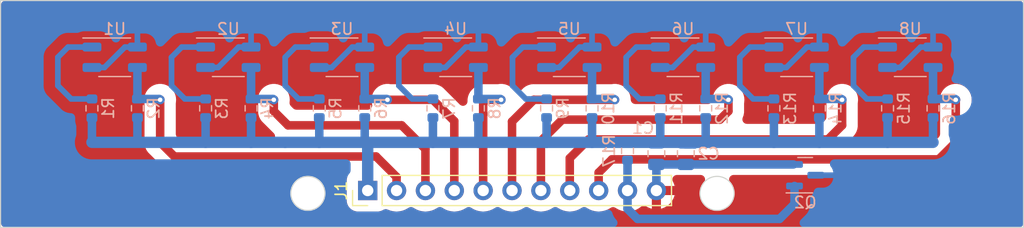
<source format=kicad_pcb>
(kicad_pcb (version 20221018) (generator pcbnew)
  (layers (0 "F.Cu" signal) (31 "B.Cu" signal) (34 "B.Paste" user) (35 "F.Paste" user) (36 "B.SilkS" user "B.Silkscreen") (37 "F.SilkS" user "F.Silkscreen") (38 "B.Mask" user) (39 "F.Mask" user) (44 "Edge.Cuts" user))
  (net 0 "")
  (net 1 "+5V")
  (net 2 "/1")
  (net 3 "/2")
  (net 4 "/3")
  (net 5 "/4")
  (net 6 "/5")
  (net 7 "/6")
  (net 8 "/7")
  (net 9 "/8")
  (net 10 "/IR")
  (net 11 "GND")
  (net 12 "Net-(Q2-D)")
  (net 13 "Net-(U1-A)")
  (net 14 "Net-(U2-A)")
  (net 15 "Net-(U3-A)")
  (net 16 "Net-(U4-A)")
  (net 17 "Net-(U5-A)")
  (net 18 "Net-(U6-A)")
  (net 19 "Net-(U7-A)")
  (net 20 "Net-(U8-A)")
  (footprint "Connector_PinHeader_2.54mm:PinHeader_1x11_P2.54mm_Vertical" (layer "F.Cu") (at 131.26 66.75 90)
    (fp_text reference "J1" (at 0 -2.33 90) (layer "F.SilkS"))
    (fp_text value "out")
    (fp_line (start -1.33 -1.33) (end 0 -1.33) (stroke (width 0.12)) (layer "F.SilkS"))
    (fp_line (start -1.33 0) (end -1.33 -1.33) (stroke (width 0.12)) (layer "F.SilkS"))
    (fp_line (start -1.33 1.27) (end -1.33 26.73) (stroke (width 0.12)) (layer "F.SilkS"))
    (fp_line (start -1.33 1.27) (end 1.33 1.27) (stroke (width 0.12)) (layer "F.SilkS"))
    (fp_line (start -1.33 26.73) (end 1.33 26.73) (stroke (width 0.12)) (layer "F.SilkS"))
    (fp_line (start 1.33 1.27) (end 1.33 26.73) (stroke (width 0.12)) (layer "F.SilkS"))
    (pad "1" thru_hole rect (at 0 0 90) (size 1.7 1.7) (drill 1) (layers "*.Cu" "*.Mask") (net 1 "+5V"))
    (pad "2" thru_hole oval (at 0 2.54 90) (size 1.7 1.7) (drill 1) (layers "*.Cu" "*.Mask") (net 2 "/1"))
    (pad "3" thru_hole oval (at 0 5.08 90) (size 1.7 1.7) (drill 1) (layers "*.Cu" "*.Mask") (net 3 "/2"))
    (pad "4" thru_hole oval (at 0 7.62 90) (size 1.7 1.7) (drill 1) (layers "*.Cu" "*.Mask") (net 4 "/3"))
    (pad "5" thru_hole oval (at 0 10.16 90) (size 1.7 1.7) (drill 1) (layers "*.Cu" "*.Mask") (net 5 "/4"))
    (pad "6" thru_hole oval (at 0 12.7 90) (size 1.7 1.7) (drill 1) (layers "*.Cu" "*.Mask") (net 6 "/5"))
    (pad "7" thru_hole oval (at 0 15.24 90) (size 1.7 1.7) (drill 1) (layers "*.Cu" "*.Mask") (net 7 "/6"))
    (pad "8" thru_hole oval (at 0 17.78 90) (size 1.7 1.7) (drill 1) (layers "*.Cu" "*.Mask") (net 8 "/7"))
    (pad "9" thru_hole oval (at 0 20.32 90) (size 1.7 1.7) (drill 1) (layers "*.Cu" "*.Mask") (net 9 "/8"))
    (pad "10" thru_hole oval (at 0 22.86 90) (size 1.7 1.7) (drill 1) (layers "*.Cu" "*.Mask") (net 10 "/IR"))
    (pad "11" thru_hole oval (at 0 25.4 90) (size 1.7 1.7) (drill 1) (layers "*.Cu" "*.Mask") (net 11 "GND"))
  )
  (footprint "OptoDevice:OnSemi_CASE100CY" (layer "B.Cu") (at 179 55 -90)
    (fp_text reference "U8" (at -2.5 0) (layer "B.SilkS") (effects (justify mirror)))
    (fp_text value "QRE1113GR")
    (fp_line (start -1.7 -1.4) (end -1.7 2.8) (stroke (width 0.12)) (layer "B.SilkS"))
    (fp_line (start 1.7 -1.4) (end 1.7 1.4) (stroke (width 0.12)) (layer "B.SilkS"))
    (pad "1" smd roundrect (at -0.9 2 270) (size 0.79 1.66) (layers "B.Cu" "B.Paste" "B.Mask") (net 20 "Net-(U8-A)"))
    (pad "2" smd roundrect (at -0.9 -2 270) (size 0.79 1.66) (layers "B.Cu" "B.Paste" "B.Mask") (net 12 "Net-(Q2-D)"))
    (pad "3" smd roundrect (at 0.9 -2 270) (size 0.79 1.66) (layers "B.Cu" "B.Paste" "B.Mask") (net 9 "/8"))
    (pad "4" smd roundrect (at 0.9 2 270) (size 0.79 1.66) (layers "B.Cu" "B.Paste" "B.Mask") (net 12 "Net-(Q2-D)"))
  )
  (footprint "Resistor_SMD:R_0603_1608Metric" (layer "B.Cu") (at 117 59.5 90)
    (fp_text reference "R3" (at 0 1.43 90) (layer "B.SilkS") (effects (justify mirror)))
    (fp_text value "220")
    (fp_line (start -0.237258 -0.5225) (end 0.237258 -0.5225) (stroke (width 0.12)) (layer "B.SilkS"))
    (fp_line (start -0.237258 0.5225) (end 0.237258 0.5225) (stroke (width 0.12)) (layer "B.SilkS"))
    (pad "1" smd roundrect (at -0.825 0 90) (size 0.8 0.95) (layers "B.Cu" "B.Paste" "B.Mask") (net 1 "+5V"))
    (pad "2" smd roundrect (at 0.825 0 90) (size 0.8 0.95) (layers "B.Cu" "B.Paste" "B.Mask") (net 14 "Net-(U2-A)"))
  )
  (footprint "Resistor_SMD:R_0603_1608Metric" (layer "B.Cu") (at 147 59.5 90)
    (fp_text reference "R9" (at 0 1.43 90) (layer "B.SilkS") (effects (justify mirror)))
    (fp_text value "220")
    (fp_line (start -0.237258 -0.5225) (end 0.237258 -0.5225) (stroke (width 0.12)) (layer "B.SilkS"))
    (fp_line (start -0.237258 0.5225) (end 0.237258 0.5225) (stroke (width 0.12)) (layer "B.SilkS"))
    (pad "1" smd roundrect (at -0.825 0 90) (size 0.8 0.95) (layers "B.Cu" "B.Paste" "B.Mask") (net 1 "+5V"))
    (pad "2" smd roundrect (at 0.825 0 90) (size 0.8 0.95) (layers "B.Cu" "B.Paste" "B.Mask") (net 17 "Net-(U5-A)"))
  )
  (footprint "Resistor_SMD:R_0603_1608Metric" (layer "B.Cu") (at 107 59.5 90)
    (fp_text reference "R1" (at 0 1.43 90) (layer "B.SilkS") (effects (justify mirror)))
    (fp_text value "220")
    (fp_line (start -0.237258 -0.5225) (end 0.237258 -0.5225) (stroke (width 0.12)) (layer "B.SilkS"))
    (fp_line (start -0.237258 0.5225) (end 0.237258 0.5225) (stroke (width 0.12)) (layer "B.SilkS"))
    (pad "1" smd roundrect (at -0.825 0 90) (size 0.8 0.95) (layers "B.Cu" "B.Paste" "B.Mask") (net 1 "+5V"))
    (pad "2" smd roundrect (at 0.825 0 90) (size 0.8 0.95) (layers "B.Cu" "B.Paste" "B.Mask") (net 13 "Net-(U1-A)"))
  )
  (footprint "Resistor_SMD:R_0603_1608Metric" (layer "B.Cu") (at 161 59.5 90)
    (fp_text reference "R12" (at 0 1.43 90) (layer "B.SilkS") (effects (justify mirror)))
    (fp_text value "47k")
    (fp_line (start -0.237258 -0.5225) (end 0.237258 -0.5225) (stroke (width 0.12)) (layer "B.SilkS"))
    (fp_line (start -0.237258 0.5225) (end 0.237258 0.5225) (stroke (width 0.12)) (layer "B.SilkS"))
    (pad "1" smd roundrect (at -0.825 0 90) (size 0.8 0.95) (layers "B.Cu" "B.Paste" "B.Mask") (net 1 "+5V"))
    (pad "2" smd roundrect (at 0.825 0 90) (size 0.8 0.95) (layers "B.Cu" "B.Paste" "B.Mask") (net 7 "/6"))
  )
  (footprint "OptoDevice:OnSemi_CASE100CY" (layer "B.Cu") (at 139 55 -90)
    (fp_text reference "U4" (at -2.5 0) (layer "B.SilkS") (effects (justify mirror)))
    (fp_text value "QRE1113GR")
    (fp_line (start -1.7 -1.4) (end -1.7 2.8) (stroke (width 0.12)) (layer "B.SilkS"))
    (fp_line (start 1.7 -1.4) (end 1.7 1.4) (stroke (width 0.12)) (layer "B.SilkS"))
    (pad "1" smd roundrect (at -0.9 2 270) (size 0.79 1.66) (layers "B.Cu" "B.Paste" "B.Mask") (net 16 "Net-(U4-A)"))
    (pad "2" smd roundrect (at -0.9 -2 270) (size 0.79 1.66) (layers "B.Cu" "B.Paste" "B.Mask") (net 12 "Net-(Q2-D)"))
    (pad "3" smd roundrect (at 0.9 -2 270) (size 0.79 1.66) (layers "B.Cu" "B.Paste" "B.Mask") (net 5 "/4"))
    (pad "4" smd roundrect (at 0.9 2 270) (size 0.79 1.66) (layers "B.Cu" "B.Paste" "B.Mask") (net 12 "Net-(Q2-D)"))
  )
  (footprint "Resistor_SMD:R_0603_1608Metric" (layer "B.Cu") (at 157 59.5 90)
    (fp_text reference "R11" (at 0 1.43 90) (layer "B.SilkS") (effects (justify mirror)))
    (fp_text value "220")
    (fp_line (start -0.237258 -0.5225) (end 0.237258 -0.5225) (stroke (width 0.12)) (layer "B.SilkS"))
    (fp_line (start -0.237258 0.5225) (end 0.237258 0.5225) (stroke (width 0.12)) (layer "B.SilkS"))
    (pad "1" smd roundrect (at -0.825 0 90) (size 0.8 0.95) (layers "B.Cu" "B.Paste" "B.Mask") (net 1 "+5V"))
    (pad "2" smd roundrect (at 0.825 0 90) (size 0.8 0.95) (layers "B.Cu" "B.Paste" "B.Mask") (net 18 "Net-(U6-A)"))
  )
  (footprint "Resistor_SMD:R_0603_1608Metric" (layer "B.Cu") (at 181 59.5 90)
    (fp_text reference "R16" (at 0 1.43 90) (layer "B.SilkS") (effects (justify mirror)))
    (fp_text value "47k")
    (fp_line (start -0.237258 -0.5225) (end 0.237258 -0.5225) (stroke (width 0.12)) (layer "B.SilkS"))
    (fp_line (start -0.237258 0.5225) (end 0.237258 0.5225) (stroke (width 0.12)) (layer "B.SilkS"))
    (pad "1" smd roundrect (at -0.825 0 90) (size 0.8 0.95) (layers "B.Cu" "B.Paste" "B.Mask") (net 1 "+5V"))
    (pad "2" smd roundrect (at 0.825 0 90) (size 0.8 0.95) (layers "B.Cu" "B.Paste" "B.Mask") (net 9 "/8"))
  )
  (footprint "Resistor_SMD:R_0603_1608Metric" (layer "B.Cu") (at 137 59.5 90)
    (fp_text reference "R7" (at 0 1.43 90) (layer "B.SilkS") (effects (justify mirror)))
    (fp_text value "220")
    (fp_line (start -0.237258 -0.5225) (end 0.237258 -0.5225) (stroke (width 0.12)) (layer "B.SilkS"))
    (fp_line (start -0.237258 0.5225) (end 0.237258 0.5225) (stroke (width 0.12)) (layer "B.SilkS"))
    (pad "1" smd roundrect (at -0.825 0 90) (size 0.8 0.95) (layers "B.Cu" "B.Paste" "B.Mask") (net 1 "+5V"))
    (pad "2" smd roundrect (at 0.825 0 90) (size 0.8 0.95) (layers "B.Cu" "B.Paste" "B.Mask") (net 16 "Net-(U4-A)"))
  )
  (footprint "Capacitor_SMD:C_0805_2012Metric" (layer "B.Cu") (at 159.25 63.5 -90)
    (fp_text reference "C2" (at 0 -2) (layer "B.SilkS") (effects (justify mirror)))
    (fp_text value "1uF")
    (fp_line (start -0.261252 -0.735) (end 0.261252 -0.735) (stroke (width 0.12)) (layer "B.SilkS"))
    (fp_line (start -0.261252 0.735) (end 0.261252 0.735) (stroke (width 0.12)) (layer "B.SilkS"))
    (pad "1" smd roundrect (at -0.95 0 270) (size 1 1.45) (layers "B.Cu" "B.Paste" "B.Mask") (net 1 "+5V"))
    (pad "2" smd roundrect (at 0.95 0 270) (size 1 1.45) (layers "B.Cu" "B.Paste" "B.Mask") (net 11 "GND"))
  )
  (footprint "Resistor_SMD:R_0603_1608Metric" (layer "B.Cu") (at 177 59.5 90)
    (fp_text reference "R15" (at 0 1.43 90) (layer "B.SilkS") (effects (justify mirror)))
    (fp_text value "220")
    (fp_line (start -0.237258 -0.5225) (end 0.237258 -0.5225) (stroke (width 0.12)) (layer "B.SilkS"))
    (fp_line (start -0.237258 0.5225) (end 0.237258 0.5225) (stroke (width 0.12)) (layer "B.SilkS"))
    (pad "1" smd roundrect (at -0.825 0 90) (size 0.8 0.95) (layers "B.Cu" "B.Paste" "B.Mask") (net 1 "+5V"))
    (pad "2" smd roundrect (at 0.825 0 90) (size 0.8 0.95) (layers "B.Cu" "B.Paste" "B.Mask") (net 20 "Net-(U8-A)"))
  )
  (footprint "OptoDevice:OnSemi_CASE100CY" (layer "B.Cu") (at 169 55 -90)
    (fp_text reference "U7" (at -2.5 0) (layer "B.SilkS") (effects (justify mirror)))
    (fp_text value "QRE1113GR")
    (fp_line (start -1.7 -1.4) (end -1.7 2.8) (stroke (width 0.12)) (layer "B.SilkS"))
    (fp_line (start 1.7 -1.4) (end 1.7 1.4) (stroke (width 0.12)) (layer "B.SilkS"))
    (pad "1" smd roundrect (at -0.9 2 270) (size 0.79 1.66) (layers "B.Cu" "B.Paste" "B.Mask") (net 19 "Net-(U7-A)"))
    (pad "2" smd roundrect (at -0.9 -2 270) (size 0.79 1.66) (layers "B.Cu" "B.Paste" "B.Mask") (net 12 "Net-(Q2-D)"))
    (pad "3" smd roundrect (at 0.9 -2 270) (size 0.79 1.66) (layers "B.Cu" "B.Paste" "B.Mask") (net 8 "/7"))
    (pad "4" smd roundrect (at 0.9 2 270) (size 0.79 1.66) (layers "B.Cu" "B.Paste" "B.Mask") (net 12 "Net-(Q2-D)"))
  )
  (footprint "Resistor_SMD:R_0603_1608Metric" (layer "B.Cu") (at 127 59.5 90)
    (fp_text reference "R5" (at 0 1.43 90) (layer "B.SilkS") (effects (justify mirror)))
    (fp_text value "220")
    (fp_line (start -0.237258 -0.5225) (end 0.237258 -0.5225) (stroke (width 0.12)) (layer "B.SilkS"))
    (fp_line (start -0.237258 0.5225) (end 0.237258 0.5225) (stroke (width 0.12)) (layer "B.SilkS"))
    (pad "1" smd roundrect (at -0.825 0 90) (size 0.8 0.95) (layers "B.Cu" "B.Paste" "B.Mask") (net 1 "+5V"))
    (pad "2" smd roundrect (at 0.825 0 90) (size 0.8 0.95) (layers "B.Cu" "B.Paste" "B.Mask") (net 15 "Net-(U3-A)"))
  )
  (footprint "OptoDevice:OnSemi_CASE100CY" (layer "B.Cu") (at 159 55 -90)
    (fp_text reference "U6" (at -2.5 0) (layer "B.SilkS") (effects (justify mirror)))
    (fp_text value "QRE1113GR")
    (fp_line (start -1.7 -1.4) (end -1.7 2.8) (stroke (width 0.12)) (layer "B.SilkS"))
    (fp_line (start 1.7 -1.4) (end 1.7 1.4) (stroke (width 0.12)) (layer "B.SilkS"))
    (pad "1" smd roundrect (at -0.9 2 270) (size 0.79 1.66) (layers "B.Cu" "B.Paste" "B.Mask") (net 18 "Net-(U6-A)"))
    (pad "2" smd roundrect (at -0.9 -2 270) (size 0.79 1.66) (layers "B.Cu" "B.Paste" "B.Mask") (net 12 "Net-(Q2-D)"))
    (pad "3" smd roundrect (at 0.9 -2 270) (size 0.79 1.66) (layers "B.Cu" "B.Paste" "B.Mask") (net 7 "/6"))
    (pad "4" smd roundrect (at 0.9 2 270) (size 0.79 1.66) (layers "B.Cu" "B.Paste" "B.Mask") (net 12 "Net-(Q2-D)"))
  )
  (footprint "Resistor_SMD:R_0603_1608Metric" (layer "B.Cu") (at 141 59.5 90)
    (fp_text reference "R8" (at 0 1.43 90) (layer "B.SilkS") (effects (justify mirror)))
    (fp_text value "47k")
    (fp_line (start -0.237258 -0.5225) (end 0.237258 -0.5225) (stroke (width 0.12)) (layer "B.SilkS"))
    (fp_line (start -0.237258 0.5225) (end 0.237258 0.5225) (stroke (width 0.12)) (layer "B.SilkS"))
    (pad "1" smd roundrect (at -0.825 0 90) (size 0.8 0.95) (layers "B.Cu" "B.Paste" "B.Mask") (net 1 "+5V"))
    (pad "2" smd roundrect (at 0.825 0 90) (size 0.8 0.95) (layers "B.Cu" "B.Paste" "B.Mask") (net 5 "/4"))
  )
  (footprint "OptoDevice:OnSemi_CASE100CY" (layer "B.Cu") (at 119 55 -90)
    (fp_text reference "U2" (at -2.5 0) (layer "B.SilkS") (effects (justify mirror)))
    (fp_text value "QRE1113GR")
    (fp_line (start -1.7 -1.4) (end -1.7 2.8) (stroke (width 0.12)) (layer "B.SilkS"))
    (fp_line (start 1.7 -1.4) (end 1.7 1.4) (stroke (width 0.12)) (layer "B.SilkS"))
    (pad "1" smd roundrect (at -0.9 2 270) (size 0.79 1.66) (layers "B.Cu" "B.Paste" "B.Mask") (net 14 "Net-(U2-A)"))
    (pad "2" smd roundrect (at -0.9 -2 270) (size 0.79 1.66) (layers "B.Cu" "B.Paste" "B.Mask") (net 12 "Net-(Q2-D)"))
    (pad "3" smd roundrect (at 0.9 -2 270) (size 0.79 1.66) (layers "B.Cu" "B.Paste" "B.Mask") (net 3 "/2"))
    (pad "4" smd roundrect (at 0.9 2 270) (size 0.79 1.66) (layers "B.Cu" "B.Paste" "B.Mask") (net 12 "Net-(Q2-D)"))
  )
  (footprint "OptoDevice:OnSemi_CASE100CY" (layer "B.Cu") (at 109 55 -90)
    (fp_text reference "U1" (at -2.5 0) (layer "B.SilkS") (effects (justify mirror)))
    (fp_text value "QRE1113GR")
    (fp_line (start -1.7 -1.4) (end -1.7 2.8) (stroke (width 0.12)) (layer "B.SilkS"))
    (fp_line (start 1.7 -1.4) (end 1.7 1.4) (stroke (width 0.12)) (layer "B.SilkS"))
    (pad "1" smd roundrect (at -0.9 2 270) (size 0.79 1.66) (layers "B.Cu" "B.Paste" "B.Mask") (net 13 "Net-(U1-A)"))
    (pad "2" smd roundrect (at -0.9 -2 270) (size 0.79 1.66) (layers "B.Cu" "B.Paste" "B.Mask") (net 12 "Net-(Q2-D)"))
    (pad "3" smd roundrect (at 0.9 -2 270) (size 0.79 1.66) (layers "B.Cu" "B.Paste" "B.Mask") (net 2 "/1"))
    (pad "4" smd roundrect (at 0.9 2 270) (size 0.79 1.66) (layers "B.Cu" "B.Paste" "B.Mask") (net 12 "Net-(Q2-D)"))
  )
  (footprint "Resistor_SMD:R_0603_1608Metric" (layer "B.Cu") (at 167 59.5 90)
    (fp_text reference "R13" (at 0 1.43 90) (layer "B.SilkS") (effects (justify mirror)))
    (fp_text value "220")
    (fp_line (start -0.237258 -0.5225) (end 0.237258 -0.5225) (stroke (width 0.12)) (layer "B.SilkS"))
    (fp_line (start -0.237258 0.5225) (end 0.237258 0.5225) (stroke (width 0.12)) (layer "B.SilkS"))
    (pad "1" smd roundrect (at -0.825 0 90) (size 0.8 0.95) (layers "B.Cu" "B.Paste" "B.Mask") (net 1 "+5V"))
    (pad "2" smd roundrect (at 0.825 0 90) (size 0.8 0.95) (layers "B.Cu" "B.Paste" "B.Mask") (net 19 "Net-(U7-A)"))
  )
  (footprint "Package_TO_SOT_SMD:SOT-23" (layer "B.Cu") (at 169.75 65.4)
    (fp_text reference "Q2" (at 0 2.4) (layer "B.SilkS") (effects (justify mirror)))
    (fp_text value "2302")
    (fp_line (start 0 -1.56) (end -0.65 -1.56) (stroke (width 0.12)) (layer "B.SilkS"))
    (fp_line (start 0 -1.56) (end 0.65 -1.56) (stroke (width 0.12)) (layer "B.SilkS"))
    (fp_line (start 0 1.56) (end -1.675 1.56) (stroke (width 0.12)) (layer "B.SilkS"))
    (fp_line (start 0 1.56) (end 0.65 1.56) (stroke (width 0.12)) (layer "B.SilkS"))
    (pad "1" smd roundrect (at -0.9375 0.95) (size 1.475 0.6) (layers "B.Cu" "B.Paste" "B.Mask") (net 10 "/IR"))
    (pad "2" smd roundrect (at -0.9375 -0.95) (size 1.475 0.6) (layers "B.Cu" "B.Paste" "B.Mask") (net 11 "GND"))
    (pad "3" smd roundrect (at 0.9375 0) (size 1.475 0.6) (layers "B.Cu" "B.Paste" "B.Mask") (net 12 "Net-(Q2-D)"))
  )
  (footprint "OptoDevice:OnSemi_CASE100CY" (layer "B.Cu") (at 129 55 -90)
    (fp_text reference "U3" (at -2.5 0) (layer "B.SilkS") (effects (justify mirror)))
    (fp_text value "QRE1113GR")
    (fp_line (start -1.7 -1.4) (end -1.7 2.8) (stroke (width 0.12)) (layer "B.SilkS"))
    (fp_line (start 1.7 -1.4) (end 1.7 1.4) (stroke (width 0.12)) (layer "B.SilkS"))
    (pad "1" smd roundrect (at -0.9 2 270) (size 0.79 1.66) (layers "B.Cu" "B.Paste" "B.Mask") (net 15 "Net-(U3-A)"))
    (pad "2" smd roundrect (at -0.9 -2 270) (size 0.79 1.66) (layers "B.Cu" "B.Paste" "B.Mask") (net 12 "Net-(Q2-D)"))
    (pad "3" smd roundrect (at 0.9 -2 270) (size 0.79 1.66) (layers "B.Cu" "B.Paste" "B.Mask") (net 4 "/3"))
    (pad "4" smd roundrect (at 0.9 2 270) (size 0.79 1.66) (layers "B.Cu" "B.Paste" "B.Mask") (net 12 "Net-(Q2-D)"))
  )
  (footprint "Resistor_SMD:R_0603_1608Metric" (layer "B.Cu") (at 111 59.5 90)
    (fp_text reference "R2" (at 0 1.43 90) (layer "B.SilkS") (effects (justify mirror)))
    (fp_text value "47k")
    (fp_line (start -0.237258 -0.5225) (end 0.237258 -0.5225) (stroke (width 0.12)) (layer "B.SilkS"))
    (fp_line (start -0.237258 0.5225) (end 0.237258 0.5225) (stroke (width 0.12)) (layer "B.SilkS"))
    (pad "1" smd roundrect (at -0.825 0 90) (size 0.8 0.95) (layers "B.Cu" "B.Paste" "B.Mask") (net 1 "+5V"))
    (pad "2" smd roundrect (at 0.825 0 90) (size 0.8 0.95) (layers "B.Cu" "B.Paste" "B.Mask") (net 2 "/1"))
  )
  (footprint "Resistor_SMD:R_0603_1608Metric" (layer "B.Cu") (at 171 59.5 90)
    (fp_text reference "R14" (at 0 1.43 90) (layer "B.SilkS") (effects (justify mirror)))
    (fp_text value "47k")
    (fp_line (start -0.237258 -0.5225) (end 0.237258 -0.5225) (stroke (width 0.12)) (layer "B.SilkS"))
    (fp_line (start -0.237258 0.5225) (end 0.237258 0.5225) (stroke (width 0.12)) (layer "B.SilkS"))
    (pad "1" smd roundrect (at -0.825 0 90) (size 0.8 0.95) (layers "B.Cu" "B.Paste" "B.Mask") (net 1 "+5V"))
    (pad "2" smd roundrect (at 0.825 0 90) (size 0.8 0.95) (layers "B.Cu" "B.Paste" "B.Mask") (net 8 "/7"))
  )
  (footprint "Resistor_SMD:R_0603_1608Metric" (layer "B.Cu") (at 151 59.5 90)
    (fp_text reference "R10" (at 0 1.43 90) (layer "B.SilkS") (effects (justify mirror)))
    (fp_text value "47k")
    (fp_line (start -0.237258 -0.5225) (end 0.237258 -0.5225) (stroke (width 0.12)) (layer "B.SilkS"))
    (fp_line (start -0.237258 0.5225) (end 0.237258 0.5225) (stroke (width 0.12)) (layer "B.SilkS"))
    (pad "1" smd roundrect (at -0.825 0 90) (size 0.8 0.95) (layers "B.Cu" "B.Paste" "B.Mask") (net 1 "+5V"))
    (pad "2" smd roundrect (at 0.825 0 90) (size 0.8 0.95) (layers "B.Cu" "B.Paste" "B.Mask") (net 6 "/5"))
  )
  (footprint "Resistor_SMD:R_0603_1608Metric" (layer "B.Cu") (at 131 59.5 90)
    (fp_text reference "R6" (at 0 1.43 90) (layer "B.SilkS") (effects (justify mirror)))
    (fp_text value "47k")
    (fp_line (start -0.237258 -0.5225) (end 0.237258 -0.5225) (stroke (width 0.12)) (layer "B.SilkS"))
    (fp_line (start -0.237258 0.5225) (end 0.237258 0.5225) (stroke (width 0.12)) (layer "B.SilkS"))
    (pad "1" smd roundrect (at -0.825 0 90) (size 0.8 0.95) (layers "B.Cu" "B.Paste" "B.Mask") (net 1 "+5V"))
    (pad "2" smd roundrect (at 0.825 0 90) (size 0.8 0.95) (layers "B.Cu" "B.Paste" "B.Mask") (net 4 "/3"))
  )
  (footprint "Capacitor_SMD:C_0805_2012Metric" (layer "B.Cu") (at 156.66 63.5 -90)
    (fp_text reference "C1" (at -2.25 1.16) (layer "B.SilkS") (effects (justify mirror)))
    (fp_text value "0.1uF")
    (fp_line (start -0.261252 -0.735) (end 0.261252 -0.735) (stroke (width 0.12)) (layer "B.SilkS"))
    (fp_line (start -0.261252 0.735) (end 0.261252 0.735) (stroke (width 0.12)) (layer "B.SilkS"))
    (pad "1" smd roundrect (at -0.95 0 270) (size 1 1.45) (layers "B.Cu" "B.Paste" "B.Mask") (net 1 "+5V"))
    (pad "2" smd roundrect (at 0.95 0 270) (size 1 1.45) (layers "B.Cu" "B.Paste" "B.Mask") (net 11 "GND"))
  )
  (footprint "OptoDevice:OnSemi_CASE100CY" (layer "B.Cu") (at 149 55 -90)
    (fp_text reference "U5" (at -2.5 0) (layer "B.SilkS") (effects (justify mirror)))
    (fp_text value "QRE1113GR")
    (fp_line (start -1.7 -1.4) (end -1.7 2.8) (stroke (width 0.12)) (layer "B.SilkS"))
    (fp_line (start 1.7 -1.4) (end 1.7 1.4) (stroke (width 0.12)) (layer "B.SilkS"))
    (pad "1" smd roundrect (at -0.9 2 270) (size 0.79 1.66) (layers "B.Cu" "B.Paste" "B.Mask") (net 17 "Net-(U5-A)"))
    (pad "2" smd roundrect (at -0.9 -2 270) (size 0.79 1.66) (layers "B.Cu" "B.Paste" "B.Mask") (net 12 "Net-(Q2-D)"))
    (pad "3" smd roundrect (at 0.9 -2 270) (size 0.79 1.66) (layers "B.Cu" "B.Paste" "B.Mask") (net 6 "/5"))
    (pad "4" smd roundrect (at 0.9 2 270) (size 0.79 1.66) (layers "B.Cu" "B.Paste" "B.Mask") (net 12 "Net-(Q2-D)"))
  )
  (footprint "Resistor_SMD:R_0603_1608Metric" (layer "B.Cu") (at 154.12 63.25 -90)
    (fp_text reference "R17" (at 0 1.62 90) (layer "B.SilkS") (effects (justify mirror)))
    (fp_text value "47k")
    (fp_line (start -0.237258 -0.5225) (end 0.237258 -0.5225) (stroke (width 0.12)) (layer "B.SilkS"))
    (fp_line (start -0.237258 0.5225) (end 0.237258 0.5225) (stroke (width 0.12)) (layer "B.SilkS"))
    (pad "1" smd roundrect (at -0.825 0 270) (size 0.8 0.95) (layers "B.Cu" "B.Paste" "B.Mask") (net 1 "+5V"))
    (pad "2" smd roundrect (at 0.825 0 270) (size 0.8 0.95) (layers "B.Cu" "B.Paste" "B.Mask") (net 10 "/IR"))
  )
  (footprint "Resistor_SMD:R_0603_1608Metric" (layer "B.Cu") (at 121 59.5 90)
    (fp_text reference "R4" (at 0 1.43 90) (layer "B.SilkS") (effects (justify mirror)))
    (fp_text value "47k")
    (fp_line (start -0.237258 -0.5225) (end 0.237258 -0.5225) (stroke (width 0.12)) (layer "B.SilkS"))
    (fp_line (start -0.237258 0.5225) (end 0.237258 0.5225) (stroke (width 0.12)) (layer "B.SilkS"))
    (pad "1" smd roundrect (at -0.825 0 90) (size 0.8 0.95) (layers "B.Cu" "B.Paste" "B.Mask") (net 1 "+5V"))
    (pad "2" smd roundrect (at 0.825 0 90) (size 0.8 0.95) (layers "B.Cu" "B.Paste" "B.Mask") (net 3 "/2"))
  )
  (gr_circle (center 162 67) (end 163.5 67) (stroke (width 0.1)) (fill none) (layer "Edge.Cuts"))
  (gr_circle (center 126 67) (end 127.5 67) (stroke (width 0.1)) (fill none) (layer "Edge.Cuts"))
  (gr_rect (start 98.96 50) (end 188.96 70) (stroke (width 0.1)) (fill none) (layer "Edge.Cuts"))
  (segment (start 177 62.5) (end 181 62.5) (width 1) (layer "B.Cu") (net 1))
  (segment (start 131 62.5) (end 137 62.5) (width 1) (layer "B.Cu") (net 1))
  (segment (start 131.26 66.75) (end 131.26 67) (width 1) (layer "B.Cu") (net 1))
  (segment (start 117 62.5) (end 121 62.5) (width 1) (layer "B.Cu") (net 1))
  (segment (start 127 60.325) (end 127 62.5) (width 0.75) (layer "B.Cu") (net 1))
  (segment (start 121 60.325) (end 121 62.5) (width 0.75) (layer "B.Cu") (net 1))
  (segment (start 131.21 67.05) (end 131.26 67) (width 0.75) (layer "B.Cu") (net 1))
  (segment (start 159.25 62.55) (end 160 62.55) (width 1) (layer "B.Cu") (net 1))
  (segment (start 171 62.5) (end 177 62.5) (width 1) (layer "B.Cu") (net 1))
  (segment (start 161 60.325) (end 161 62.5) (width 0.75) (layer "B.Cu") (net 1))
  (segment (start 107 60.325) (end 107 62.5) (width 0.75) (layer "B.Cu") (net 1))
  (segment (start 111 60.325) (end 111 62.5) (width 0.75) (layer "B.Cu") (net 1))
  (segment (start 177 60.325) (end 177 62.5) (width 0.75) (layer "B.Cu") (net 1))
  (segment (start 147 62.5) (end 151 62.5) (width 1) (layer "B.Cu") (net 1))
  (segment (start 171 60.325) (end 171 62.5) (width 0.75) (layer "B.Cu") (net 1))
  (segment (start 141 60.325) (end 141 62.5) (width 0.75) (layer "B.Cu") (net 1))
  (segment (start 137 62.5) (end 141 62.5) (width 1) (layer "B.Cu") (net 1))
  (segment (start 181 60.325) (end 181 62.5) (width 0.75) (layer "B.Cu") (net 1))
  (segment (start 160.05 62.5) (end 161 62.5) (width 1) (layer "B.Cu") (net 1))
  (segment (start 157 62.5) (end 159.95 62.5) (width 1) (layer "B.Cu") (net 1))
  (segment (start 127 62.5) (end 131 62.5) (width 1) (layer "B.Cu") (net 1))
  (segment (start 167 60.325) (end 167 62.5) (width 0.75) (layer "B.Cu") (net 1))
  (segment (start 131.26 67) (end 131.26 62.76) (width 1) (layer "B.Cu") (net 1))
  (segment (start 147 60.325) (end 147 62.5) (width 0.75) (layer "B.Cu") (net 1))
  (segment (start 131.26 62.76) (end 131 62.5) (width 1) (layer "B.Cu") (net 1))
  (segment (start 151 60.325) (end 151 62.5) (width 0.75) (layer "B.Cu") (net 1))
  (segment (start 161 62.5) (end 167 62.5) (width 1) (layer "B.Cu") (net 1))
  (segment (start 157 60.325) (end 157 62.5) (width 0.75) (layer "B.Cu") (net 1))
  (segment (start 160 62.55) (end 160.05 62.5) (width 1) (layer "B.Cu") (net 1))
  (segment (start 124 62.5) (end 127 62.5) (width 1) (layer "B.Cu") (net 1))
  (segment (start 107 62.5) (end 117 62.5) (width 1) (layer "B.Cu") (net 1))
  (segment (start 131 60.325) (end 131 62.5) (width 0.75) (layer "B.Cu") (net 1))
  (segment (start 167 62.5) (end 171 62.5) (width 1) (layer "B.Cu") (net 1))
  (segment (start 151 62.5) (end 157 62.5) (width 1) (layer "B.Cu") (net 1))
  (segment (start 159.95 62.5) (end 160 62.55) (width 1) (layer "B.Cu") (net 1))
  (segment (start 137 60.325) (end 137 62.5) (width 0.75) (layer "B.Cu") (net 1))
  (segment (start 121 62.5) (end 124 62.5) (width 1) (layer "B.Cu") (net 1))
  (segment (start 141 62.5) (end 147 62.5) (width 1) (layer "B.Cu") (net 1))
  (segment (start 117 60.325) (end 117 62.5) (width 0.75) (layer "B.Cu") (net 1))
  (segment (start 133.8 65.55) (end 133.8 66.75) (width 0.75) (layer "F.Cu") (net 2))
  (segment (start 114.25 63.75) (end 132 63.75) (width 0.75) (layer "F.Cu") (net 2))
  (segment (start 113 58.75) (end 113 62.5) (width 0.75) (layer "F.Cu") (net 2))
  (segment (start 113 62.5) (end 114.25 63.75) (width 0.75) (layer "F.Cu") (net 2))
  (segment (start 132 63.75) (end 133.8 65.55) (width 0.75) (layer "F.Cu") (net 2))
  (via (at 113 58.75) (size 0.8) (drill 0.4) (layers "F.Cu" "B.Cu") (net 2))
  (segment (start 111 58.675) (end 112.925 58.675) (width 0.75) (layer "B.Cu") (net 2))
  (segment (start 112.925 58.675) (end 113 58.75) (width 0.75) (layer "B.Cu") (net 2))
  (segment (start 111 55.9) (end 111 58.675) (width 0.75) (layer "B.Cu") (net 2))
  (segment (start 136.34 63.09) (end 136.34 66.75) (width 0.75) (layer "F.Cu") (net 3))
  (segment (start 134.25 61) (end 136.34 63.09) (width 0.75) (layer "F.Cu") (net 3))
  (segment (start 123 58.75) (end 123 59.75) (width 0.75) (layer "F.Cu") (net 3))
  (segment (start 124.25 61) (end 134.25 61) (width 0.75) (layer "F.Cu") (net 3))
  (segment (start 123 59.75) (end 124.25 61) (width 0.75) (layer "F.Cu") (net 3))
  (via (at 123 58.75) (size 0.8) (drill 0.4) (layers "F.Cu" "B.Cu") (net 3))
  (segment (start 122.925 58.675) (end 123 58.75) (width 0.75) (layer "B.Cu") (net 3))
  (segment (start 121 55.9) (end 121 58.675) (width 0.75) (layer "B.Cu") (net 3))
  (segment (start 121 58.675) (end 122.925 58.675) (width 0.75) (layer "B.Cu") (net 3))
  (segment (start 137 58.75) (end 138.88 60.63) (width 0.75) (layer "F.Cu") (net 4))
  (segment (start 138.88 60.63) (end 138.88 66.75) (width 0.75) (layer "F.Cu") (net 4))
  (segment (start 133 58.75) (end 137 58.75) (width 0.75) (layer "F.Cu") (net 4))
  (via (at 133 58.75) (size 0.8) (drill 0.4) (layers "F.Cu" "B.Cu") (net 4))
  (segment (start 131 55.9) (end 131 58.675) (width 0.75) (layer "B.Cu") (net 4))
  (segment (start 132.925 58.675) (end 133 58.75) (width 0.75) (layer "B.Cu") (net 4))
  (segment (start 131 58.675) (end 132.925 58.675) (width 0.75) (layer "B.Cu") (net 4))
  (segment (start 143 58.75) (end 141.5 58.75) (width 0.75) (layer "F.Cu") (net 5))
  (segment (start 141.5 58.75) (end 141.42 58.83) (width 0.75) (layer "F.Cu") (net 5))
  (segment (start 141.42 58.83) (end 141.42 66.75) (width 0.75) (layer "F.Cu") (net 5))
  (via (at 143 58.75) (size 0.8) (drill 0.4) (layers "F.Cu" "B.Cu") (net 5))
  (segment (start 142.925 58.675) (end 143 58.75) (width 0.75) (layer "B.Cu") (net 5))
  (segment (start 141 55.9) (end 141 58.675) (width 0.75) (layer "B.Cu") (net 5))
  (segment (start 141 58.675) (end 142.925 58.675) (width 0.75) (layer "B.Cu") (net 5))
  (segment (start 153 58.75) (end 145.875 58.75) (width 0.75) (layer "F.Cu") (net 6))
  (segment (start 143.96 60.665) (end 143.96 66.75) (width 0.75) (layer "F.Cu") (net 6))
  (segment (start 145.875 58.75) (end 143.96 60.665) (width 0.75) (layer "F.Cu") (net 6))
  (via (at 153 58.75) (size 0.8) (drill 0.4) (layers "F.Cu" "B.Cu") (net 6))
  (segment (start 152.925 58.675) (end 153 58.75) (width 0.75) (layer "B.Cu") (net 6))
  (segment (start 151 58.675) (end 152.925 58.675) (width 0.75) (layer "B.Cu") (net 6))
  (segment (start 151 55.9) (end 151 58.675) (width 0.75) (layer "B.Cu") (net 6))
  (segment (start 148.375 60.5) (end 146.5 62.375) (width 0.75) (layer "F.Cu") (net 7))
  (segment (start 163 58.75) (end 163 59.75) (width 0.75) (layer "F.Cu") (net 7))
  (segment (start 162.25 60.5) (end 148.375 60.5) (width 0.75) (layer "F.Cu") (net 7))
  (segment (start 163 59.75) (end 162.25 60.5) (width 0.75) (layer "F.Cu") (net 7))
  (segment (start 146.5 62.375) (end 146.5 66.75) (width 0.75) (layer "F.Cu") (net 7))
  (via (at 163 58.75) (size 0.8) (drill 0.4) (layers "F.Cu" "B.Cu") (net 7))
  (segment (start 161 55.9) (end 161 58.675) (width 0.75) (layer "B.Cu") (net 7))
  (segment (start 161 58.675) (end 162.925 58.675) (width 0.75) (layer "B.Cu") (net 7))
  (segment (start 162.925 58.675) (end 163 58.75) (width 0.75) (layer "B.Cu") (net 7))
  (segment (start 149.04 63.8975) (end 149.04 66.75) (width 0.75) (layer "F.Cu") (net 8))
  (segment (start 173 58.75) (end 173 61) (width 0.75) (layer "F.Cu") (net 8))
  (segment (start 171.75 62.25) (end 150.6875 62.25) (width 0.75) (layer "F.Cu") (net 8))
  (segment (start 173 61) (end 171.75 62.25) (width 0.75) (layer "F.Cu") (net 8))
  (segment (start 150.6875 62.25) (end 149.04 63.8975) (width 0.75) (layer "F.Cu") (net 8))
  (via (at 173 58.75) (size 0.8) (drill 0.4) (layers "F.Cu" "B.Cu") (net 8))
  (segment (start 171 58.675) (end 172.925 58.675) (width 0.75) (layer "B.Cu") (net 8))
  (segment (start 172.925 58.675) (end 173 58.75) (width 0.75) (layer "B.Cu") (net 8))
  (segment (start 171 55.9) (end 171 58.675) (width 0.75) (layer "B.Cu") (net 8))
  (segment (start 181.5 64) (end 152.75 64) (width 0.75) (layer "F.Cu") (net 9))
  (segment (start 183 58.75) (end 183 62.5) (width 0.75) (layer "F.Cu") (net 9))
  (segment (start 152.75 64) (end 151.58 65.17) (width 0.75) (layer "F.Cu") (net 9))
  (segment (start 151.58 65.17) (end 151.58 66.75) (width 0.75) (layer "F.Cu") (net 9))
  (segment (start 183 62.5) (end 181.5 64) (width 0.75) (layer "F.Cu") (net 9))
  (via (at 183 58.75) (size 0.8) (drill 0.4) (layers "F.Cu" "B.Cu") (net 9))
  (segment (start 182.925 58.675) (end 183 58.75) (width 0.75) (layer "B.Cu") (net 9))
  (segment (start 181 58.675) (end 182.925 58.675) (width 0.75) (layer "B.Cu") (net 9))
  (segment (start 181 55.9) (end 181 58.675) (width 0.75) (layer "B.Cu") (net 9))
  (segment (start 167.5 69.25) (end 168.8125 67.9375) (width 0.75) (layer "B.Cu") (net 10))
  (segment (start 154.12 68.37) (end 155 69.25) (width 0.75) (layer "B.Cu") (net 10))
  (segment (start 155 69.25) (end 167.5 69.25) (width 0.75) (layer "B.Cu") (net 10))
  (segment (start 168.8125 67.9375) (end 168.8125 66.35) (width 0.75) (layer "B.Cu") (net 10))
  (segment (start 154.12 64.075) (end 154.12 66.75) (width 0.75) (layer "B.Cu") (net 10))
  (segment (start 154.12 66.75) (end 154.12 68.37) (width 0.75) (layer "B.Cu") (net 10))
  (segment (start 156.66 64.45) (end 156.66 66.75) (width 0.75) (layer "B.Cu") (net 11))
  (segment (start 156.66 64.45) (end 168.7125 64.45) (width 0.75) (layer "B.Cu") (net 11))
  (segment (start 169.9 54.1) (end 171 54.1) (width 0.5) (layer "B.Cu") (net 12))
  (segment (start 157 55.9) (end 158.1 55.9) (width 0.5) (layer "B.Cu") (net 12))
  (segment (start 151 54.1) (end 151 51.5) (width 0.5) (layer "B.Cu") (net 12))
  (segment (start 111 51.5) (end 181 51.5) (width 1) (layer "B.Cu") (net 12))
  (segment (start 159.9 54.1) (end 161 54.1) (width 0.5) (layer "B.Cu") (net 12))
  (segment (start 138.1 55.9) (end 139.9 54.1) (width 0.5) (layer "B.Cu") (net 12))
  (segment (start 168.1 55.9) (end 169.9 54.1) (width 0.5) (layer "B.Cu") (net 12))
  (segment (start 127 55.9) (end 128.1 55.9) (width 0.5) (layer "B.Cu") (net 12))
  (segment (start 177 55.9) (end 178.1 55.9) (width 0.5) (layer "B.Cu") (net 12))
  (segment (start 148.1 55.9) (end 149.9 54.1) (width 0.5) (layer "B.Cu") (net 12))
  (segment (start 108.1 55.9) (end 109.9 54.1) (width 0.5) (layer "B.Cu") (net 12))
  (segment (start 107 55.9) (end 108.1 55.9) (width 0.5) (layer "B.Cu") (net 12))
  (segment (start 183.021752 65.4) (end 184.75 63.671752) (width 0.5) (layer "B.Cu") (net 12))
  (segment (start 137 55.9) (end 138.1 55.9) (width 0.5) (layer "B.Cu") (net 12))
  (segment (start 111 54.1) (end 111 51.5) (width 0.5) (layer "B.Cu") (net 12))
  (segment (start 139.9 54.1) (end 141 54.1) (width 0.5) (layer "B.Cu") (net 12))
  (segment (start 147 55.9) (end 148.1 55.9) (width 0.5) (layer "B.Cu") (net 12))
  (segment (start 128.1 55.9) (end 129.9 54.1) (width 0.5) (layer "B.Cu") (net 12))
  (segment (start 183.5 51.5) (end 181 51.5) (width 0.5) (layer "B.Cu") (net 12))
  (segment (start 119.9 54.1) (end 121 54.1) (width 0.5) (layer "B.Cu") (net 12))
  (segment (start 131 52) (end 131.5 51.5) (width 0.5) (layer "B.Cu") (net 12))
  (segment (start 167 55.9) (end 168.1 55.9) (width 0.5) (layer "B.Cu") (net 12))
  (segment (start 184.75 52.75) (end 183.5 51.5) (width 0.5) (layer "B.Cu") (net 12))
  (segment (start 131 54.1) (end 131 52) (width 0.5) (layer "B.Cu") (net 12))
  (segment (start 181 54.1) (end 181 51.5) (width 0.5) (layer "B.Cu") (net 12))
  (segment (start 118.1 55.9) (end 119.9 54.1) (width 0.5) (layer "B.Cu") (net 12))
  (segment (start 121 54.1) (end 121 51.5) (width 0.5) (layer "B.Cu") (net 12))
  (segment (start 129.9 54.1) (end 131 54.1) (width 0.5) (layer "B.Cu") (net 12))
  (segment (start 170.7875 65.4) (end 183.021752 65.4) (width 0.5) (layer "B.Cu") (net 12))
  (segment (start 149.9 54.1) (end 151 54.1) (width 0.5) (layer "B.Cu") (net 12))
  (segment (start 141 54.1) (end 141 51.5) (width 0.5) (layer "B.Cu") (net 12))
  (segment (start 161 54.1) (end 161 51.5) (width 0.5) (layer "B.Cu") (net 12))
  (segment (start 178.1 55.9) (end 179.9 54.1) (width 0.5) (layer "B.Cu") (net 12))
  (segment (start 171 54.1) (end 171 51.5) (width 0.5) (layer "B.Cu") (net 12))
  (segment (start 117 55.9) (end 118.1 55.9) (width 0.5) (layer "B.Cu") (net 12))
  (segment (start 158.1 55.9) (end 159.9 54.1) (width 0.5) (layer "B.Cu") (net 12))
  (segment (start 109.9 54.1) (end 111 54.1) (width 0.5) (layer "B.Cu") (net 12))
  (segment (start 184.75 63.671752) (end 184.75 52.75) (width 0.5) (layer "B.Cu") (net 12))
  (segment (start 179.9 54.1) (end 181 54.1) (width 0.5) (layer "B.Cu") (net 12))
  (segment (start 104 57.5) (end 104 55) (width 0.5) (layer "B.Cu") (net 13))
  (segment (start 105.175 58.675) (end 104 57.5) (width 0.5) (layer "B.Cu") (net 13))
  (segment (start 104 55) (end 104.9 54.1) (width 0.5) (layer "B.Cu") (net 13))
  (segment (start 107 58.675) (end 105.175 58.675) (width 0.5) (layer "B.Cu") (net 13))
  (segment (start 104.9 54.1) (end 107 54.1) (width 0.5) (layer "B.Cu") (net 13))
  (segment (start 117 58.675) (end 115.175 58.675) (width 0.5) (layer "B.Cu") (net 14))
  (segment (start 114 57.5) (end 114 55) (width 0.5) (layer "B.Cu") (net 14))
  (segment (start 114.9 54.1) (end 117 54.1) (width 0.5) (layer "B.Cu") (net 14))
  (segment (start 115.175 58.675) (end 114 57.5) (width 0.5) (layer "B.Cu") (net 14))
  (segment (start 114 55) (end 114.9 54.1) (width 0.5) (layer "B.Cu") (net 14))
  (segment (start 125.175 58.675) (end 124 57.5) (width 0.5) (layer "B.Cu") (net 15))
  (segment (start 124 57.5) (end 124 55) (width 0.5) (layer "B.Cu") (net 15))
  (segment (start 124 55) (end 124.9 54.1) (width 0.5) (layer "B.Cu") (net 15))
  (segment (start 127 58.675) (end 125.175 58.675) (width 0.5) (layer "B.Cu") (net 15))
  (segment (start 124.9 54.1) (end 127 54.1) (width 0.5) (layer "B.Cu") (net 15))
  (segment (start 137 58.675) (end 135.175 58.675) (width 0.5) (layer "B.Cu") (net 16))
  (segment (start 134 57.5) (end 134 55) (width 0.5) (layer "B.Cu") (net 16))
  (segment (start 135.175 58.675) (end 134 57.5) (width 0.5) (layer "B.Cu") (net 16))
  (segment (start 134 55) (end 134.9 54.1) (width 0.5) (layer "B.Cu") (net 16))
  (segment (start 134.9 54.1) (end 137 54.1) (width 0.5) (layer "B.Cu") (net 16))
  (segment (start 144 55) (end 144.9 54.1) (width 0.5) (layer "B.Cu") (net 17))
  (segment (start 144.9 54.1) (end 147 54.1) (width 0.5) (layer "B.Cu") (net 17))
  (segment (start 144 57.5) (end 144 55) (width 0.5) (layer "B.Cu") (net 17))
  (segment (start 145.175 58.675) (end 144 57.5) (width 0.5) (layer "B.Cu") (net 17))
  (segment (start 147 58.675) (end 145.175 58.675) (width 0.5) (layer "B.Cu") (net 17))
  (segment (start 154 55) (end 154.9 54.1) (width 0.5) (layer "B.Cu") (net 18))
  (segment (start 154 57.5) (end 154 55) (width 0.5) (layer "B.Cu") (net 18))
  (segment (start 157 58.675) (end 155.175 58.675) (width 0.5) (layer "B.Cu") (net 18))
  (segment (start 155.175 58.675) (end 154 57.5) (width 0.5) (layer "B.Cu") (net 18))
  (segment (start 154.9 54.1) (end 157 54.1) (width 0.5) (layer "B.Cu") (net 18))
  (segment (start 167 58.675) (end 165.175 58.675) (width 0.5) (layer "B.Cu") (net 19))
  (segment (start 165.175 58.675) (end 164 57.5) (width 0.5) (layer "B.Cu") (net 19))
  (segment (start 164.9 54.1) (end 167 54.1) (width 0.5) (layer "B.Cu") (net 19))
  (segment (start 164 55) (end 164.9 54.1) (width 0.5) (layer "B.Cu") (net 19))
  (segment (start 164 57.5) (end 164 55) (width 0.5) (layer "B.Cu") (net 19))
  (segment (start 177 58.675) (end 175.175 58.675) (width 0.5) (layer "B.Cu") (net 20))
  (segment (start 174 55) (end 174.9 54.1) (width 0.5) (layer "B.Cu") (net 20))
  (segment (start 175.175 58.675) (end 174 57.5) (width 0.5) (layer "B.Cu") (net 20))
  (segment (start 174 57.5) (end 174 55) (width 0.5) (layer "B.Cu") (net 20))
  (segment (start 174.9 54.1) (end 177 54.1) (width 0.5) (layer "B.Cu") (net 20))
  (zone (net 11) (net_name "GND") (layer "F.Cu") (priority 1) (connect_pads (clearance 1)) (min_thickness 0.8) (fill yes (thermal_gap 0.8) (thermal_bridge_width 0.8))
    (polygon (pts (xy 99 50) (xy 189 50) (xy 189 70) (xy 99 70)))
  )
  (zone (net 12) (net_name "Net-(Q2-D)") (layer "B.Cu") (connect_pads (clearance 1)) (min_thickness 0.8) (fill yes (thermal_gap 0.8) (thermal_bridge_width 0.8))
    (polygon (pts (xy 189 50) (xy 189 70) (xy 99 70) (xy 99 50)))
  )
)
</source>
